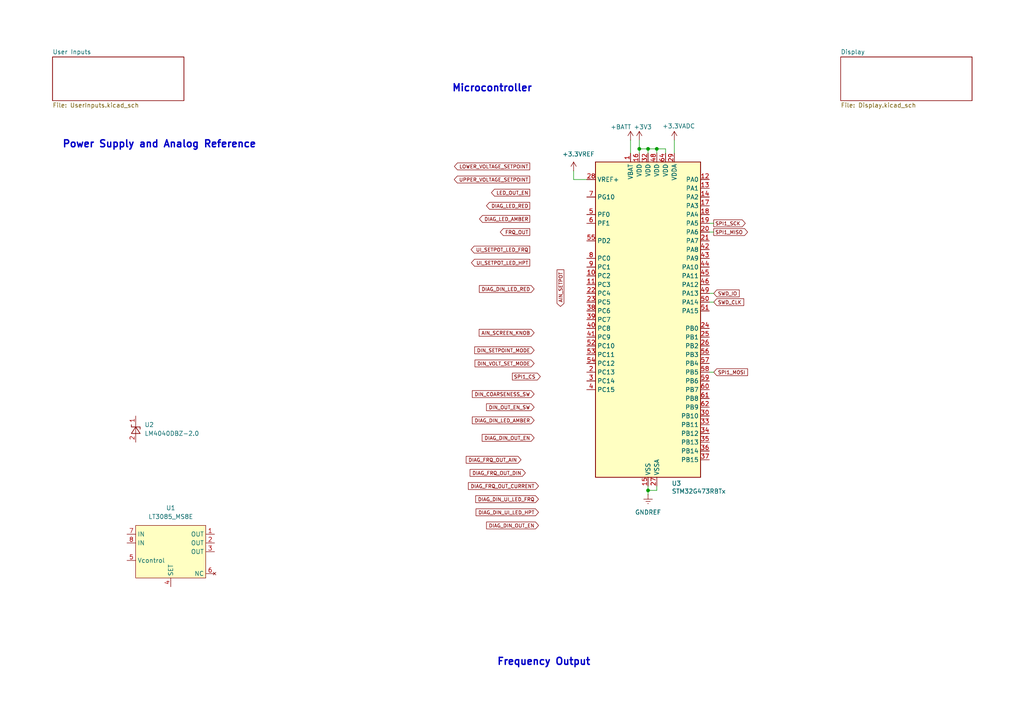
<source format=kicad_sch>
(kicad_sch (version 20231120) (generator "eeschema") (generator_version "8.0")
  (paper "A4")
  (title_block (title "Frequency Sensor Emulator") (date "Dec 25, 2024") (rev "0.1.0") (company "Abdulla Almosalami") (comment 1 "pulse time.") (comment 2 "User-friendly professional device to output a square wave of desired frequency and high"))
  (lib_symbols
    (symbol "Custom_VoltageRegulators:LT3085_MS8E"
      (property "Reference" "U" (at 0 11.43 0))
      (property "Value" "LT3085_MS8E" (at -0.254 8.89 0))
      (symbol "LT3085_MS8E_1_1"
        (rectangle (start -10.16 7.62) (end 10.16 -7.62) (fill (type background)))
        (pin power_out line (at 12.7 5.08 180) (length 2.54) (name "OUT") (number "1"))
        (pin power_out line (at 12.7 2.54 180) (length 2.54) (name "OUT") (number "2"))
        (pin power_out line (at 12.7 0 180) (length 2.54) (name "OUT") (number "3"))
        (pin input line (at 0 -10.16 90) (length 2.54) (name "SET") (number "4"))
        (pin power_in line (at -12.7 -2.54 0) (length 2.54) (name "Vcontrol") (number "5"))
        (pin no_connect line (at 12.7 -6.35 180) (length 2.54) (name "NC") (number "6"))
        (pin power_in line (at -12.7 5.08 0) (length 2.54) (name "IN") (number "7"))
        (pin power_in line (at -12.7 2.54 0) (length 2.54) (name "IN") (number "8"))
      )
    )
    (symbol "MCU_ST_STM32G4:STM32G473RBTx"
      (property "Reference" "U" (at -15.24 46.99 0))
      (property "Value" "STM32G473RBTx" (at 10.16 46.99 0))
      (symbol "STM32G473RBTx_0_1"
        (rectangle (start -15.24 -45.72) (end 15.24 45.72) (stroke (width 0.254)) (fill (type background)))
      )
      (symbol "STM32G473RBTx_1_1"
        (pin power_in line (at -5.08 48.26 270) (length 2.54) (name "VBAT") (number "1"))
        (pin bidirectional line (at -17.78 12.7 0) (length 2.54) (name "PC2") (number "10"))
        (pin bidirectional line (at -17.78 10.16 0) (length 2.54) (name "PC3") (number "11"))
        (pin bidirectional line (at 17.78 40.64 180) (length 2.54) (name "PA0") (number "12"))
        (pin bidirectional line (at 17.78 38.1 180) (length 2.54) (name "PA1") (number "13"))
        (pin bidirectional line (at 17.78 35.56 180) (length 2.54) (name "PA2") (number "14"))
        (pin power_in line (at 0 -48.26 90) (length 2.54) (name "VSS") (number "15"))
        (pin power_in line (at -2.54 48.26 270) (length 2.54) (name "VDD") (number "16"))
        (pin bidirectional line (at 17.78 33.02 180) (length 2.54) (name "PA3") (number "17"))
        (pin bidirectional line (at 17.78 30.48 180) (length 2.54) (name "PA4") (number "18"))
        (pin bidirectional line (at 17.78 27.94 180) (length 2.54) (name "PA5") (number "19"))
        (pin bidirectional line (at -17.78 -15.24 0) (length 2.54) (name "PC13") (number "2"))
        (pin bidirectional line (at 17.78 25.4 180) (length 2.54) (name "PA6") (number "20"))
        (pin bidirectional line (at 17.78 22.86 180) (length 2.54) (name "PA7") (number "21"))
        (pin bidirectional line (at -17.78 7.62 0) (length 2.54) (name "PC4") (number "22"))
        (pin bidirectional line (at -17.78 5.08 0) (length 2.54) (name "PC5") (number "23"))
        (pin bidirectional line (at 17.78 -2.54 180) (length 2.54) (name "PB0") (number "24"))
        (pin bidirectional line (at 17.78 -5.08 180) (length 2.54) (name "PB1") (number "25"))
        (pin bidirectional line (at 17.78 -7.62 180) (length 2.54) (name "PB2") (number "26"))
        (pin power_in line (at 2.54 -48.26 90) (length 2.54) (name "VSSA") (number "27"))
        (pin input line (at -17.78 40.64 0) (length 2.54) (name "VREF+") (number "28"))
        (pin power_in line (at 7.62 48.26 270) (length 2.54) (name "VDDA") (number "29"))
        (pin bidirectional line (at -17.78 -17.78 0) (length 2.54) (name "PC14") (number "3"))
        (pin bidirectional line (at 17.78 -27.94 180) (length 2.54) (name "PB10") (number "30"))
        (pin passive line (at 0 -48.26 90) (length 2.54) hide (name "VSS") (number "31"))
        (pin power_in line (at 0 48.26 270) (length 2.54) (name "VDD") (number "32"))
        (pin bidirectional line (at 17.78 -30.48 180) (length 2.54) (name "PB11") (number "33"))
        (pin bidirectional line (at 17.78 -33.02 180) (length 2.54) (name "PB12") (number "34"))
        (pin bidirectional line (at 17.78 -35.56 180) (length 2.54) (name "PB13") (number "35"))
        (pin bidirectional line (at 17.78 -38.1 180) (length 2.54) (name "PB14") (number "36"))
        (pin bidirectional line (at 17.78 -40.64 180) (length 2.54) (name "PB15") (number "37"))
        (pin bidirectional line (at -17.78 2.54 0) (length 2.54) (name "PC6") (number "38"))
        (pin bidirectional line (at -17.78 0 0) (length 2.54) (name "PC7") (number "39"))
        (pin bidirectional line (at -17.78 -20.32 0) (length 2.54) (name "PC15") (number "4"))
        (pin bidirectional line (at -17.78 -2.54 0) (length 2.54) (name "PC8") (number "40"))
        (pin bidirectional line (at -17.78 -5.08 0) (length 2.54) (name "PC9") (number "41"))
        (pin bidirectional line (at 17.78 20.32 180) (length 2.54) (name "PA8") (number "42"))
        (pin bidirectional line (at 17.78 17.78 180) (length 2.54) (name "PA9") (number "43"))
        (pin bidirectional line (at 17.78 15.24 180) (length 2.54) (name "PA10") (number "44"))
        (pin bidirectional line (at 17.78 12.7 180) (length 2.54) (name "PA11") (number "45"))
        (pin bidirectional line (at 17.78 10.16 180) (length 2.54) (name "PA12") (number "46"))
        (pin passive line (at 0 -48.26 90) (length 2.54) hide (name "VSS") (number "47"))
        (pin power_in line (at 2.54 48.26 270) (length 2.54) (name "VDD") (number "48"))
        (pin bidirectional line (at 17.78 7.62 180) (length 2.54) (name "PA13") (number "49"))
        (pin bidirectional line (at -17.78 30.48 0) (length 2.54) (name "PF0") (number "5"))
        (pin bidirectional line (at 17.78 5.08 180) (length 2.54) (name "PA14") (number "50"))
        (pin bidirectional line (at 17.78 2.54 180) (length 2.54) (name "PA15") (number "51"))
        (pin bidirectional line (at -17.78 -7.62 0) (length 2.54) (name "PC10") (number "52"))
        (pin bidirectional line (at -17.78 -10.16 0) (length 2.54) (name "PC11") (number "53"))
        (pin bidirectional line (at -17.78 -12.7 0) (length 2.54) (name "PC12") (number "54"))
        (pin bidirectional line (at -17.78 22.86 0) (length 2.54) (name "PD2") (number "55"))
        (pin bidirectional line (at 17.78 -10.16 180) (length 2.54) (name "PB3") (number "56"))
        (pin bidirectional line (at 17.78 -12.7 180) (length 2.54) (name "PB4") (number "57"))
        (pin bidirectional line (at 17.78 -15.24 180) (length 2.54) (name "PB5") (number "58"))
        (pin bidirectional line (at 17.78 -17.78 180) (length 2.54) (name "PB6") (number "59"))
        (pin bidirectional line (at -17.78 27.94 0) (length 2.54) (name "PF1") (number "6"))
        (pin bidirectional line (at 17.78 -20.32 180) (length 2.54) (name "PB7") (number "60"))
        (pin bidirectional line (at 17.78 -22.86 180) (length 2.54) (name "PB8") (number "61"))
        (pin bidirectional line (at 17.78 -25.4 180) (length 2.54) (name "PB9") (number "62"))
        (pin passive line (at 0 -48.26 90) (length 2.54) hide (name "VSS") (number "63"))
        (pin power_in line (at 5.08 48.26 270) (length 2.54) (name "VDD") (number "64"))
        (pin bidirectional line (at -17.78 35.56 0) (length 2.54) (name "PG10") (number "7"))
        (pin bidirectional line (at -17.78 17.78 0) (length 2.54) (name "PC0") (number "8"))
        (pin bidirectional line (at -17.78 15.24 0) (length 2.54) (name "PC1") (number "9"))
      )
    )
    (symbol "Reference_Voltage:LM4040DBZ-2.0" (pin_names (offset 0.0254) hide)
      (property "Reference" "U" (at 0 2.54 0))
      (property "Value" "LM4040DBZ-2.0" (at 0 -3.175 0))
      (symbol "LM4040DBZ-2.0_0_1"
        (polyline (pts (xy -1.27 0) (xy 0 0) (xy 1.27 0)))
        (polyline (pts (xy -1.27 -1.27) (xy 0.635 0) (xy -1.27 1.27) (xy -1.27 -1.27)) (stroke (width 0.2032)))
        (polyline (pts (xy 0 -1.27) (xy 0.635 -1.27) (xy 0.635 1.27) (xy 1.27 1.27)) (stroke (width 0.2032)))
      )
      (symbol "LM4040DBZ-2.0_1_1"
        (pin passive line (at 3.81 0 180) (length 2.54) (name "K") (number "1"))
        (pin passive line (at -3.81 0 0) (length 2.54) (name "A") (number "2"))
        (pin no_connect line (at -1.27 0 0) (length 2.54) hide (name "NC") (number "3"))
      )
    )
    (symbol "power:+3.3VADC" (power) (pin_numbers hide) (pin_names (offset 0) hide)
      (property "Value" "+3.3VADC" (at 0 3.556 0))
      (symbol "+3.3VADC_0_0"
        (pin power_in line (at 0 0 90) (length 0) (name "~") (number "1"))
      )
      (symbol "+3.3VADC_0_1"
        (polyline (pts (xy -0.762 1.27) (xy 0 2.54)))
        (polyline (pts (xy 0 0) (xy 0 2.54)))
        (polyline (pts (xy 0 2.54) (xy 0.762 1.27)))
      )
    )
    (symbol "power:+3V3" (power) (pin_numbers hide) (pin_names (offset 0) hide)
      (property "Value" "+3V3" (at 0 3.556 0))
      (symbol "+3V3_0_1"
        (polyline (pts (xy -0.762 1.27) (xy 0 2.54)))
        (polyline (pts (xy 0 0) (xy 0 2.54)))
        (polyline (pts (xy 0 2.54) (xy 0.762 1.27)))
      )
      (symbol "+3V3_1_1"
        (pin power_in line (at 0 0 90) (length 0) (name "~") (number "1"))
      )
    )
    (symbol "power:+BATT" (power) (pin_numbers hide) (pin_names (offset 0) hide)
      (property "Value" "+BATT" (at 0 3.556 0))
      (symbol "+BATT_0_1"
        (polyline (pts (xy -0.762 1.27) (xy 0 2.54)))
        (polyline (pts (xy 0 0) (xy 0 2.54)))
        (polyline (pts (xy 0 2.54) (xy 0.762 1.27)))
      )
      (symbol "+BATT_1_1"
        (pin power_in line (at 0 0 90) (length 0) (name "~") (number "1"))
      )
    )
    (symbol "power:GNDREF" (power) (pin_numbers hide) (pin_names (offset 0) hide)
      (property "Value" "GNDREF" (at 0 -3.81 0))
      (symbol "GNDREF_0_1"
        (polyline (pts (xy -0.635 -1.905) (xy 0.635 -1.905)))
        (polyline (pts (xy -0.127 -2.54) (xy 0.127 -2.54)))
        (polyline (pts (xy 0 -1.27) (xy 0 0)))
        (polyline (pts (xy 1.27 -1.27) (xy -1.27 -1.27)))
      )
      (symbol "GNDREF_1_1"
        (pin power_in line (at 0 0 270) (length 0) (name "~") (number "1"))
      )
    )
  )
  (junction (at 190.5 43.18))
  (junction (at 185.42 43.18))
  (junction (at 187.96 142.24))
  (junction (at 187.96 43.18))
  (wire (pts (xy 185.42 40.64) (xy 185.42 43.18)))
  (wire (pts (xy 205.74 64.77) (xy 207.01 64.77)))
  (wire (pts (xy 187.96 140.97) (xy 187.96 142.24)))
  (wire (pts (xy 187.96 142.24) (xy 187.96 143.51)))
  (wire (pts (xy 190.5 43.18) (xy 190.5 44.45)))
  (wire (pts (xy 195.58 40.64) (xy 195.58 44.45)))
  (wire (pts (xy 170.18 52.07) (xy 166.37 52.07)))
  (wire (pts (xy 205.74 87.63) (xy 207.01 87.63)))
  (wire (pts (xy 166.37 52.07) (xy 166.37 49.53)))
  (wire (pts (xy 187.96 43.18) (xy 187.96 44.45)))
  (wire (pts (xy 190.5 43.18) (xy 193.04 43.18)))
  (wire (pts (xy 190.5 140.97) (xy 190.5 142.24)))
  (wire (pts (xy 185.42 43.18) (xy 185.42 44.45)))
  (wire (pts (xy 205.74 67.31) (xy 207.01 67.31)))
  (wire (pts (xy 193.04 43.18) (xy 193.04 44.45)))
  (wire (pts (xy 185.42 43.18) (xy 187.96 43.18)))
  (wire (pts (xy 205.74 107.95) (xy 207.01 107.95)))
  (wire (pts (xy 182.88 40.64) (xy 182.88 44.45)))
  (wire (pts (xy 190.5 142.24) (xy 187.96 142.24)))
  (wire (pts (xy 205.74 85.09) (xy 207.01 85.09)))
  (wire (pts (xy 187.96 43.18) (xy 190.5 43.18)))
  (text "Frequency Output" (at 157.734 192.024 0) (effects (font (size 2.032 2.032) (thickness 0.4064) (bold yes))))
  (text "Power Supply and Analog Reference" (at 46.228 41.91 0) (effects (font (size 2.032 2.032) (thickness 0.4064) (bold yes))))
  (text "Microcontroller" (at 142.748 25.654 0) (effects (font (size 2.032 2.032) (thickness 0.4064) (bold yes))))
  (global_label "SWD_CLK" (shape input) (at 207.01 87.63 0) (effects (font (size 1.016 1.016))) (property "Intersheetrefs" "${INTERSHEET_REFS}" (effects (hide yes))))
  (global_label "LOWER_VOLTAGE_SETPOINT" (shape output) (at 153.67 48.26 180) (effects (font (size 1.016 1.016))) (property "Intersheetrefs" "${INTERSHEET_REFS}" (effects (hide yes))))
  (global_label "LED_OUT_EN" (shape output) (at 153.67 55.88 180) (effects (font (size 1.016 1.016))) (property "Intersheetrefs" "${INTERSHEET_REFS}" (effects (hide yes))))
  (global_label "UPPER_VOLTAGE_SETPOINT" (shape output) (at 153.67 52.07 180) (effects (font (size 1.016 1.016))) (property "Intersheetrefs" "${INTERSHEET_REFS}" (effects (hide yes))))
  (global_label "DIN_SETPOINT_MODE" (shape input) (at 154.94 101.6 180) (effects (font (size 1.016 1.016))) (property "Intersheetrefs" "${INTERSHEET_REFS}" (effects (hide yes))))
  (global_label "SPI1_MISO" (shape output) (at 207.01 67.31 0) (effects (font (size 1.016 1.016))) (property "Intersheetrefs" "${INTERSHEET_REFS}" (effects (hide yes))))
  (global_label "SPI1_CS" (shape output) (at 148.59 109.22 0) (effects (font (size 1.016 1.016))) (property "Intersheetrefs" "${INTERSHEET_REFS}" (effects (hide yes))))
  (global_label "SPI1_MOSI" (shape input) (at 207.01 107.95 0) (effects (font (size 1.016 1.016))) (property "Intersheetrefs" "${INTERSHEET_REFS}" (effects (hide yes))))
  (global_label "DIAG_FRQ_OUT_DIN" (shape input) (at 152.4 137.16 180) (effects (font (size 1.016 1.016))) (property "Intersheetrefs" "${INTERSHEET_REFS}" (effects (hide yes))))
  (global_label "UI_SETPOT_LED_FRQ" (shape output) (at 153.67 72.39 180) (effects (font (size 1.016 1.016))) (property "Intersheetrefs" "${INTERSHEET_REFS}" (effects (hide yes))))
  (global_label "SPI1_SCK" (shape output) (at 207.01 64.77 0) (effects (font (size 1.016 1.016))) (property "Intersheetrefs" "${INTERSHEET_REFS}" (effects (hide yes))))
  (global_label "UI_SETPOT_LED_HPT" (shape output) (at 153.67 76.2 180) (effects (font (size 1.016 1.016))) (property "Intersheetrefs" "${INTERSHEET_REFS}" (effects (hide yes))))
  (global_label "AIN_SETPOT" (shape input) (at 162.56 88.9 90) (effects (font (size 1.016 1.016))) (property "Intersheetrefs" "${INTERSHEET_REFS}" (effects (hide yes))))
  (global_label "AIN_SCREEN_KNOB" (shape input) (at 154.94 96.52 180) (effects (font (size 1.016 1.016))) (property "Intersheetrefs" "${INTERSHEET_REFS}" (effects (hide yes))))
  (global_label "DIAG_DIN_LED_RED" (shape input) (at 154.94 83.82 180) (effects (font (size 1.016 1.016))) (property "Intersheetrefs" "${INTERSHEET_REFS}" (effects (hide yes))))
  (global_label "DIN_VOLT_SET_MODE" (shape input) (at 154.94 105.41 180) (effects (font (size 1.016 1.016))) (property "Intersheetrefs" "${INTERSHEET_REFS}" (effects (hide yes))))
  (global_label "DIAG_DIN_OUT_EN" (shape input) (at 156.21 152.4 180) (effects (font (size 1.016 1.016))) (property "Intersheetrefs" "${INTERSHEET_REFS}" (effects (hide yes))))
  (global_label "DIAG_DIN_OUT_EN" (shape input) (at 154.94 127 180) (effects (font (size 1.016 1.016))) (property "Intersheetrefs" "${INTERSHEET_REFS}" (effects (hide yes))))
  (global_label "DIN_OUT_EN_SW" (shape input) (at 154.94 118.11 180) (effects (font (size 1.016 1.016))) (property "Intersheetrefs" "${INTERSHEET_REFS}" (effects (hide yes))))
  (global_label "DIAG_LED_RED" (shape output) (at 153.67 59.69 180) (effects (font (size 1.016 1.016))) (property "Intersheetrefs" "${INTERSHEET_REFS}" (effects (hide yes))))
  (global_label "DIAG_LED_AMBER" (shape output) (at 153.67 63.5 180) (effects (font (size 1.016 1.016))) (property "Intersheetrefs" "${INTERSHEET_REFS}" (effects (hide yes))))
  (global_label "DIAG_DIN_UI_LED_FRQ" (shape input) (at 156.21 144.78 180) (effects (font (size 1.016 1.016))) (property "Intersheetrefs" "${INTERSHEET_REFS}" (effects (hide yes))))
  (global_label "DIN_COARSENESS_SW" (shape input) (at 154.94 114.3 180) (effects (font (size 1.016 1.016))) (property "Intersheetrefs" "${INTERSHEET_REFS}" (effects (hide yes))))
  (global_label "DIAG_DIN_LED_AMBER" (shape input) (at 154.94 121.92 180) (effects (font (size 1.016 1.016))) (property "Intersheetrefs" "${INTERSHEET_REFS}" (effects (hide yes))))
  (global_label "DIAG_FRQ_OUT_CURRENT" (shape input) (at 156.21 140.97 180) (effects (font (size 1.016 1.016))) (property "Intersheetrefs" "${INTERSHEET_REFS}" (effects (hide yes))))
  (global_label "DIAG_FRQ_OUT_AIN" (shape input) (at 151.13 133.35 180) (effects (font (size 1.016 1.016))) (property "Intersheetrefs" "${INTERSHEET_REFS}" (effects (hide yes))))
  (global_label "DIAG_DIN_UI_LED_HPT" (shape input) (at 156.21 148.59 180) (effects (font (size 1.016 1.016))) (property "Intersheetrefs" "${INTERSHEET_REFS}" (effects (hide yes))))
  (global_label "FRQ_OUT" (shape output) (at 153.67 67.31 180) (effects (font (size 1.016 1.016))) (property "Intersheetrefs" "${INTERSHEET_REFS}" (effects (hide yes))))
  (global_label "SWD_IO" (shape input) (at 207.01 85.09 0) (effects (font (size 1.016 1.016))) (property "Intersheetrefs" "${INTERSHEET_REFS}" (effects (hide yes))))
  (symbol (lib_id "power:GNDREF") (at 187.96 143.51 0) (unit 1)
    (property "Reference" "#PWR01" (effects (hide yes)))
    (property "Value" "GNDREF" (at 187.96 148.59 0))
    (property "Description" "Power symbol creates a global label with name \"GNDREF\" , reference supply ground" (effects (hide yes)))
  )
  (symbol (lib_id "power:+3.3VADC") (at 195.58 40.64 0) (unit 1)
    (property "Reference" "#PWR03" (effects (hide yes)))
    (property "Value" "+3.3VADC" (at 196.85 36.576 0))
    (property "Description" "Power symbol creates a global label with name \"+3.3VADC\"" (effects (hide yes)))
  )
  (symbol (lib_id "power:+3.3VADC") (at 166.37 49.53 0) (unit 1)
    (property "Reference" "#PWR04" (effects (hide yes)))
    (property "Value" "+3.3VREF" (at 163.068 44.704 0) (effects (justify left)))
    (property "Description" "Power symbol creates a global label with name \"+3.3VADC\"" (effects (hide yes)))
  )
  (symbol (lib_id "Reference_Voltage:LM4040DBZ-2.0") (at 39.37 124.46 90) (unit 1)
    (property "Reference" "U2" (at 41.91 123.1899 90) (effects (justify right)))
    (property "Value" "LM4040DBZ-2.0" (at 41.91 125.7299 90) (effects (justify right)))
    (property "Footprint" "Package_TO_SOT_SMD:SOT-23" (effects (hide yes)))
    (property "Datasheet" "http://www.ti.com/lit/ds/symlink/lm4040-n.pdf" (effects (hide yes)))
    (property "Description" "2.048V Precision Micropower Shunt Voltage Reference, SOT-23" (effects (hide yes)))
  )
  (symbol (lib_id "Custom_VoltageRegulators:LT3085_MS8E") (at 49.53 160.02 0) (unit 1)
    (property "Reference" "U1" (at 49.53 147.32 0))
    (property "Value" "LT3085_MS8E" (at 49.53 149.86 0))
    (property "Datasheet" "https://www.analog.com/media/en/technical-documentation/data-sheets/lt3085.pdf" (effects (hide yes)))
    (property "Description" "Adjustable 500mA Single Resistor Low Dropout Regulator (0 - 36V Output)" (effects (hide yes)))
  )
  (symbol (lib_id "power:+3V3") (at 185.42 40.64 0) (unit 1)
    (property "Reference" "#PWR02" (effects (hide yes)))
    (property "Value" "+3V3" (at 186.436 36.83 0))
    (property "Description" "Power symbol creates a global label with name \"+3V3\"" (effects (hide yes)))
  )
  (symbol (lib_id "power:+BATT") (at 182.88 40.64 0) (unit 1)
    (property "Reference" "#PWR012" (effects (hide yes)))
    (property "Value" "+BATT" (at 180.086 36.83 0))
    (property "Description" "Power symbol creates a global label with name \"+BATT\"" (effects (hide yes)))
  )
  (symbol (lib_id "MCU_ST_STM32G4:STM32G473RBTx") (at 187.96 92.71 0) (unit 1)
    (property "Reference" "U3" (at 194.818 140.208 0) (effects (justify left)))
    (property "Value" "STM32G473RBTx" (at 194.818 142.494 0) (effects (justify left)))
    (property "Footprint" "Package_QFP:LQFP-64_10x10mm_P0.5mm" (effects (hide yes)))
    (property "Datasheet" "https://www.st.com/resource/en/datasheet/stm32g473rb.pdf" (effects (hide yes)))
    (property "Description" "STMicroelectronics Arm Cortex-M4 MCU, 128KB flash, 128KB RAM, 170 MHz, 1.71-3.6V, 52 GPIO, LQFP64" (effects (hide yes)))
  )
  (sheet (at 243.84 16.51) (size 38.1 12.7) (stroke (width 0.1524))
    (property "Sheetname" "Display" (at 243.84 15.7984 0) (effects (justify left bottom)))
    (property "Sheetfile" "Display.kicad_sch" (at 243.84 29.7946 0) (effects (justify left top)))
  )
  (sheet (at 15.24 16.51) (size 38.1 12.7) (stroke (width 0.1524))
    (property "Sheetname" "User Inputs" (at 15.24 15.7984 0) (effects (justify left bottom)))
    (property "Sheetfile" "UserInputs.kicad_sch" (at 15.24 29.7946 0) (effects (justify left top)))
  )
)
</source>
